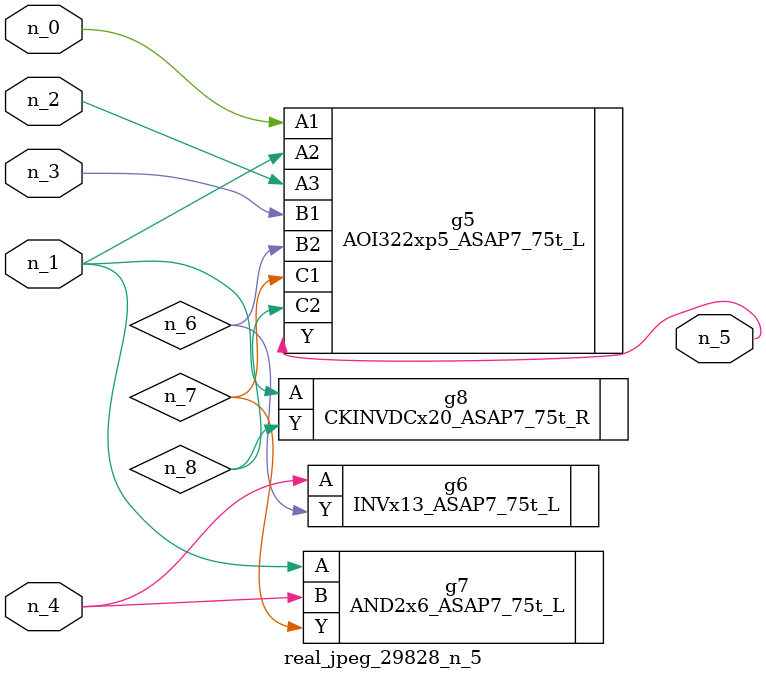
<source format=v>
module real_jpeg_29828_n_5 (n_4, n_0, n_1, n_2, n_3, n_5);

input n_4;
input n_0;
input n_1;
input n_2;
input n_3;

output n_5;

wire n_8;
wire n_6;
wire n_7;

AOI322xp5_ASAP7_75t_L g5 ( 
.A1(n_0),
.A2(n_1),
.A3(n_2),
.B1(n_3),
.B2(n_6),
.C1(n_7),
.C2(n_8),
.Y(n_5)
);

AND2x6_ASAP7_75t_L g7 ( 
.A(n_1),
.B(n_4),
.Y(n_7)
);

CKINVDCx20_ASAP7_75t_R g8 ( 
.A(n_1),
.Y(n_8)
);

INVx13_ASAP7_75t_L g6 ( 
.A(n_4),
.Y(n_6)
);


endmodule
</source>
